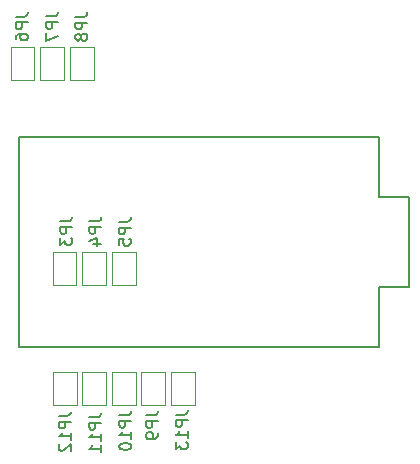
<source format=gbr>
%TF.GenerationSoftware,KiCad,Pcbnew,(5.1.10)-1*%
%TF.CreationDate,2021-12-09T17:34:34+08:00*%
%TF.ProjectId,hat,6861742e-6b69-4636-9164-5f7063625858,rev?*%
%TF.SameCoordinates,Original*%
%TF.FileFunction,Legend,Bot*%
%TF.FilePolarity,Positive*%
%FSLAX46Y46*%
G04 Gerber Fmt 4.6, Leading zero omitted, Abs format (unit mm)*
G04 Created by KiCad (PCBNEW (5.1.10)-1) date 2021-12-09 17:34:34*
%MOMM*%
%LPD*%
G01*
G04 APERTURE LIST*
%ADD10C,0.120000*%
%ADD11C,0.150000*%
G04 APERTURE END LIST*
D10*
%TO.C,JP13*%
X128320000Y-95990000D02*
X126320000Y-95990000D01*
X128320000Y-98790000D02*
X128320000Y-95990000D01*
X126320000Y-98790000D02*
X128320000Y-98790000D01*
X126320000Y-95990000D02*
X126320000Y-98790000D01*
%TO.C,JP12*%
X116300000Y-96000000D02*
X116300000Y-98800000D01*
X116300000Y-98800000D02*
X118300000Y-98800000D01*
X118300000Y-98800000D02*
X118300000Y-96000000D01*
X118300000Y-96000000D02*
X116300000Y-96000000D01*
%TO.C,JP11*%
X118800000Y-96000000D02*
X118800000Y-98800000D01*
X118800000Y-98800000D02*
X120800000Y-98800000D01*
X120800000Y-98800000D02*
X120800000Y-96000000D01*
X120800000Y-96000000D02*
X118800000Y-96000000D01*
%TO.C,JP10*%
X121300000Y-96000000D02*
X121300000Y-98800000D01*
X121300000Y-98800000D02*
X123300000Y-98800000D01*
X123300000Y-98800000D02*
X123300000Y-96000000D01*
X123300000Y-96000000D02*
X121300000Y-96000000D01*
%TO.C,JP9*%
X123800000Y-95990000D02*
X123800000Y-98790000D01*
X123800000Y-98790000D02*
X125800000Y-98790000D01*
X125800000Y-98790000D02*
X125800000Y-95990000D01*
X125800000Y-95990000D02*
X123800000Y-95990000D01*
%TO.C,JP8*%
X119740000Y-68500000D02*
X117740000Y-68500000D01*
X119740000Y-71300000D02*
X119740000Y-68500000D01*
X117740000Y-71300000D02*
X119740000Y-71300000D01*
X117740000Y-68500000D02*
X117740000Y-71300000D01*
%TO.C,JP7*%
X117240000Y-68500000D02*
X115240000Y-68500000D01*
X117240000Y-71300000D02*
X117240000Y-68500000D01*
X115240000Y-71300000D02*
X117240000Y-71300000D01*
X115240000Y-68500000D02*
X115240000Y-71300000D01*
%TO.C,JP6*%
X114730000Y-68500000D02*
X112730000Y-68500000D01*
X114730000Y-71300000D02*
X114730000Y-68500000D01*
X112730000Y-71300000D02*
X114730000Y-71300000D01*
X112730000Y-68500000D02*
X112730000Y-71300000D01*
%TO.C,JP5*%
X123300000Y-85890000D02*
X121300000Y-85890000D01*
X123300000Y-88690000D02*
X123300000Y-85890000D01*
X121300000Y-88690000D02*
X123300000Y-88690000D01*
X121300000Y-85890000D02*
X121300000Y-88690000D01*
%TO.C,JP4*%
X120790000Y-85890000D02*
X118790000Y-85890000D01*
X120790000Y-88690000D02*
X120790000Y-85890000D01*
X118790000Y-88690000D02*
X120790000Y-88690000D01*
X118790000Y-85890000D02*
X118790000Y-88690000D01*
%TO.C,JP3*%
X118290000Y-85890000D02*
X116290000Y-85890000D01*
X118290000Y-88690000D02*
X118290000Y-85890000D01*
X116290000Y-88690000D02*
X118290000Y-88690000D01*
X116290000Y-85890000D02*
X116290000Y-88690000D01*
D11*
%TO.C,U1*%
X113435000Y-93890000D02*
X113435000Y-76110000D01*
X113435000Y-76110000D02*
X143915000Y-76110000D01*
X143915000Y-76110000D02*
X143915000Y-81190000D01*
X143915000Y-81190000D02*
X146455000Y-81190000D01*
X146455000Y-81190000D02*
X146455000Y-88810000D01*
X146455000Y-88810000D02*
X143915000Y-88810000D01*
X143915000Y-88810000D02*
X143915000Y-93890000D01*
X143915000Y-93890000D02*
X113435000Y-93890000D01*
%TO.C,JP13*%
X126702380Y-99630476D02*
X127416666Y-99630476D01*
X127559523Y-99582857D01*
X127654761Y-99487619D01*
X127702380Y-99344761D01*
X127702380Y-99249523D01*
X127702380Y-100106666D02*
X126702380Y-100106666D01*
X126702380Y-100487619D01*
X126750000Y-100582857D01*
X126797619Y-100630476D01*
X126892857Y-100678095D01*
X127035714Y-100678095D01*
X127130952Y-100630476D01*
X127178571Y-100582857D01*
X127226190Y-100487619D01*
X127226190Y-100106666D01*
X127702380Y-101630476D02*
X127702380Y-101059047D01*
X127702380Y-101344761D02*
X126702380Y-101344761D01*
X126845238Y-101249523D01*
X126940476Y-101154285D01*
X126988095Y-101059047D01*
X126702380Y-101963809D02*
X126702380Y-102582857D01*
X127083333Y-102249523D01*
X127083333Y-102392380D01*
X127130952Y-102487619D01*
X127178571Y-102535238D01*
X127273809Y-102582857D01*
X127511904Y-102582857D01*
X127607142Y-102535238D01*
X127654761Y-102487619D01*
X127702380Y-102392380D01*
X127702380Y-102106666D01*
X127654761Y-102011428D01*
X127607142Y-101963809D01*
%TO.C,JP12*%
X116812380Y-99750476D02*
X117526666Y-99750476D01*
X117669523Y-99702857D01*
X117764761Y-99607619D01*
X117812380Y-99464761D01*
X117812380Y-99369523D01*
X117812380Y-100226666D02*
X116812380Y-100226666D01*
X116812380Y-100607619D01*
X116860000Y-100702857D01*
X116907619Y-100750476D01*
X117002857Y-100798095D01*
X117145714Y-100798095D01*
X117240952Y-100750476D01*
X117288571Y-100702857D01*
X117336190Y-100607619D01*
X117336190Y-100226666D01*
X117812380Y-101750476D02*
X117812380Y-101179047D01*
X117812380Y-101464761D02*
X116812380Y-101464761D01*
X116955238Y-101369523D01*
X117050476Y-101274285D01*
X117098095Y-101179047D01*
X116907619Y-102131428D02*
X116860000Y-102179047D01*
X116812380Y-102274285D01*
X116812380Y-102512380D01*
X116860000Y-102607619D01*
X116907619Y-102655238D01*
X117002857Y-102702857D01*
X117098095Y-102702857D01*
X117240952Y-102655238D01*
X117812380Y-102083809D01*
X117812380Y-102702857D01*
%TO.C,JP11*%
X119372380Y-99850476D02*
X120086666Y-99850476D01*
X120229523Y-99802857D01*
X120324761Y-99707619D01*
X120372380Y-99564761D01*
X120372380Y-99469523D01*
X120372380Y-100326666D02*
X119372380Y-100326666D01*
X119372380Y-100707619D01*
X119420000Y-100802857D01*
X119467619Y-100850476D01*
X119562857Y-100898095D01*
X119705714Y-100898095D01*
X119800952Y-100850476D01*
X119848571Y-100802857D01*
X119896190Y-100707619D01*
X119896190Y-100326666D01*
X120372380Y-101850476D02*
X120372380Y-101279047D01*
X120372380Y-101564761D02*
X119372380Y-101564761D01*
X119515238Y-101469523D01*
X119610476Y-101374285D01*
X119658095Y-101279047D01*
X120372380Y-102802857D02*
X120372380Y-102231428D01*
X120372380Y-102517142D02*
X119372380Y-102517142D01*
X119515238Y-102421904D01*
X119610476Y-102326666D01*
X119658095Y-102231428D01*
%TO.C,JP10*%
X121922380Y-99680476D02*
X122636666Y-99680476D01*
X122779523Y-99632857D01*
X122874761Y-99537619D01*
X122922380Y-99394761D01*
X122922380Y-99299523D01*
X122922380Y-100156666D02*
X121922380Y-100156666D01*
X121922380Y-100537619D01*
X121970000Y-100632857D01*
X122017619Y-100680476D01*
X122112857Y-100728095D01*
X122255714Y-100728095D01*
X122350952Y-100680476D01*
X122398571Y-100632857D01*
X122446190Y-100537619D01*
X122446190Y-100156666D01*
X122922380Y-101680476D02*
X122922380Y-101109047D01*
X122922380Y-101394761D02*
X121922380Y-101394761D01*
X122065238Y-101299523D01*
X122160476Y-101204285D01*
X122208095Y-101109047D01*
X121922380Y-102299523D02*
X121922380Y-102394761D01*
X121970000Y-102490000D01*
X122017619Y-102537619D01*
X122112857Y-102585238D01*
X122303333Y-102632857D01*
X122541428Y-102632857D01*
X122731904Y-102585238D01*
X122827142Y-102537619D01*
X122874761Y-102490000D01*
X122922380Y-102394761D01*
X122922380Y-102299523D01*
X122874761Y-102204285D01*
X122827142Y-102156666D01*
X122731904Y-102109047D01*
X122541428Y-102061428D01*
X122303333Y-102061428D01*
X122112857Y-102109047D01*
X122017619Y-102156666D01*
X121970000Y-102204285D01*
X121922380Y-102299523D01*
%TO.C,JP9*%
X124182380Y-99706666D02*
X124896666Y-99706666D01*
X125039523Y-99659047D01*
X125134761Y-99563809D01*
X125182380Y-99420952D01*
X125182380Y-99325714D01*
X125182380Y-100182857D02*
X124182380Y-100182857D01*
X124182380Y-100563809D01*
X124230000Y-100659047D01*
X124277619Y-100706666D01*
X124372857Y-100754285D01*
X124515714Y-100754285D01*
X124610952Y-100706666D01*
X124658571Y-100659047D01*
X124706190Y-100563809D01*
X124706190Y-100182857D01*
X125182380Y-101230476D02*
X125182380Y-101420952D01*
X125134761Y-101516190D01*
X125087142Y-101563809D01*
X124944285Y-101659047D01*
X124753809Y-101706666D01*
X124372857Y-101706666D01*
X124277619Y-101659047D01*
X124230000Y-101611428D01*
X124182380Y-101516190D01*
X124182380Y-101325714D01*
X124230000Y-101230476D01*
X124277619Y-101182857D01*
X124372857Y-101135238D01*
X124610952Y-101135238D01*
X124706190Y-101182857D01*
X124753809Y-101230476D01*
X124801428Y-101325714D01*
X124801428Y-101516190D01*
X124753809Y-101611428D01*
X124706190Y-101659047D01*
X124610952Y-101706666D01*
%TO.C,JP8*%
X118212380Y-65966666D02*
X118926666Y-65966666D01*
X119069523Y-65919047D01*
X119164761Y-65823809D01*
X119212380Y-65680952D01*
X119212380Y-65585714D01*
X119212380Y-66442857D02*
X118212380Y-66442857D01*
X118212380Y-66823809D01*
X118260000Y-66919047D01*
X118307619Y-66966666D01*
X118402857Y-67014285D01*
X118545714Y-67014285D01*
X118640952Y-66966666D01*
X118688571Y-66919047D01*
X118736190Y-66823809D01*
X118736190Y-66442857D01*
X118640952Y-67585714D02*
X118593333Y-67490476D01*
X118545714Y-67442857D01*
X118450476Y-67395238D01*
X118402857Y-67395238D01*
X118307619Y-67442857D01*
X118260000Y-67490476D01*
X118212380Y-67585714D01*
X118212380Y-67776190D01*
X118260000Y-67871428D01*
X118307619Y-67919047D01*
X118402857Y-67966666D01*
X118450476Y-67966666D01*
X118545714Y-67919047D01*
X118593333Y-67871428D01*
X118640952Y-67776190D01*
X118640952Y-67585714D01*
X118688571Y-67490476D01*
X118736190Y-67442857D01*
X118831428Y-67395238D01*
X119021904Y-67395238D01*
X119117142Y-67442857D01*
X119164761Y-67490476D01*
X119212380Y-67585714D01*
X119212380Y-67776190D01*
X119164761Y-67871428D01*
X119117142Y-67919047D01*
X119021904Y-67966666D01*
X118831428Y-67966666D01*
X118736190Y-67919047D01*
X118688571Y-67871428D01*
X118640952Y-67776190D01*
%TO.C,JP7*%
X115712380Y-65916666D02*
X116426666Y-65916666D01*
X116569523Y-65869047D01*
X116664761Y-65773809D01*
X116712380Y-65630952D01*
X116712380Y-65535714D01*
X116712380Y-66392857D02*
X115712380Y-66392857D01*
X115712380Y-66773809D01*
X115760000Y-66869047D01*
X115807619Y-66916666D01*
X115902857Y-66964285D01*
X116045714Y-66964285D01*
X116140952Y-66916666D01*
X116188571Y-66869047D01*
X116236190Y-66773809D01*
X116236190Y-66392857D01*
X115712380Y-67297619D02*
X115712380Y-67964285D01*
X116712380Y-67535714D01*
%TO.C,JP6*%
X113162380Y-65956666D02*
X113876666Y-65956666D01*
X114019523Y-65909047D01*
X114114761Y-65813809D01*
X114162380Y-65670952D01*
X114162380Y-65575714D01*
X114162380Y-66432857D02*
X113162380Y-66432857D01*
X113162380Y-66813809D01*
X113210000Y-66909047D01*
X113257619Y-66956666D01*
X113352857Y-67004285D01*
X113495714Y-67004285D01*
X113590952Y-66956666D01*
X113638571Y-66909047D01*
X113686190Y-66813809D01*
X113686190Y-66432857D01*
X113162380Y-67861428D02*
X113162380Y-67670952D01*
X113210000Y-67575714D01*
X113257619Y-67528095D01*
X113400476Y-67432857D01*
X113590952Y-67385238D01*
X113971904Y-67385238D01*
X114067142Y-67432857D01*
X114114761Y-67480476D01*
X114162380Y-67575714D01*
X114162380Y-67766190D01*
X114114761Y-67861428D01*
X114067142Y-67909047D01*
X113971904Y-67956666D01*
X113733809Y-67956666D01*
X113638571Y-67909047D01*
X113590952Y-67861428D01*
X113543333Y-67766190D01*
X113543333Y-67575714D01*
X113590952Y-67480476D01*
X113638571Y-67432857D01*
X113733809Y-67385238D01*
%TO.C,JP5*%
X121872380Y-83316666D02*
X122586666Y-83316666D01*
X122729523Y-83269047D01*
X122824761Y-83173809D01*
X122872380Y-83030952D01*
X122872380Y-82935714D01*
X122872380Y-83792857D02*
X121872380Y-83792857D01*
X121872380Y-84173809D01*
X121920000Y-84269047D01*
X121967619Y-84316666D01*
X122062857Y-84364285D01*
X122205714Y-84364285D01*
X122300952Y-84316666D01*
X122348571Y-84269047D01*
X122396190Y-84173809D01*
X122396190Y-83792857D01*
X121872380Y-85269047D02*
X121872380Y-84792857D01*
X122348571Y-84745238D01*
X122300952Y-84792857D01*
X122253333Y-84888095D01*
X122253333Y-85126190D01*
X122300952Y-85221428D01*
X122348571Y-85269047D01*
X122443809Y-85316666D01*
X122681904Y-85316666D01*
X122777142Y-85269047D01*
X122824761Y-85221428D01*
X122872380Y-85126190D01*
X122872380Y-84888095D01*
X122824761Y-84792857D01*
X122777142Y-84745238D01*
%TO.C,JP4*%
X119382380Y-83266666D02*
X120096666Y-83266666D01*
X120239523Y-83219047D01*
X120334761Y-83123809D01*
X120382380Y-82980952D01*
X120382380Y-82885714D01*
X120382380Y-83742857D02*
X119382380Y-83742857D01*
X119382380Y-84123809D01*
X119430000Y-84219047D01*
X119477619Y-84266666D01*
X119572857Y-84314285D01*
X119715714Y-84314285D01*
X119810952Y-84266666D01*
X119858571Y-84219047D01*
X119906190Y-84123809D01*
X119906190Y-83742857D01*
X119715714Y-85171428D02*
X120382380Y-85171428D01*
X119334761Y-84933333D02*
X120049047Y-84695238D01*
X120049047Y-85314285D01*
%TO.C,JP3*%
X116912380Y-83266666D02*
X117626666Y-83266666D01*
X117769523Y-83219047D01*
X117864761Y-83123809D01*
X117912380Y-82980952D01*
X117912380Y-82885714D01*
X117912380Y-83742857D02*
X116912380Y-83742857D01*
X116912380Y-84123809D01*
X116960000Y-84219047D01*
X117007619Y-84266666D01*
X117102857Y-84314285D01*
X117245714Y-84314285D01*
X117340952Y-84266666D01*
X117388571Y-84219047D01*
X117436190Y-84123809D01*
X117436190Y-83742857D01*
X116912380Y-84647619D02*
X116912380Y-85266666D01*
X117293333Y-84933333D01*
X117293333Y-85076190D01*
X117340952Y-85171428D01*
X117388571Y-85219047D01*
X117483809Y-85266666D01*
X117721904Y-85266666D01*
X117817142Y-85219047D01*
X117864761Y-85171428D01*
X117912380Y-85076190D01*
X117912380Y-84790476D01*
X117864761Y-84695238D01*
X117817142Y-84647619D01*
%TD*%
M02*

</source>
